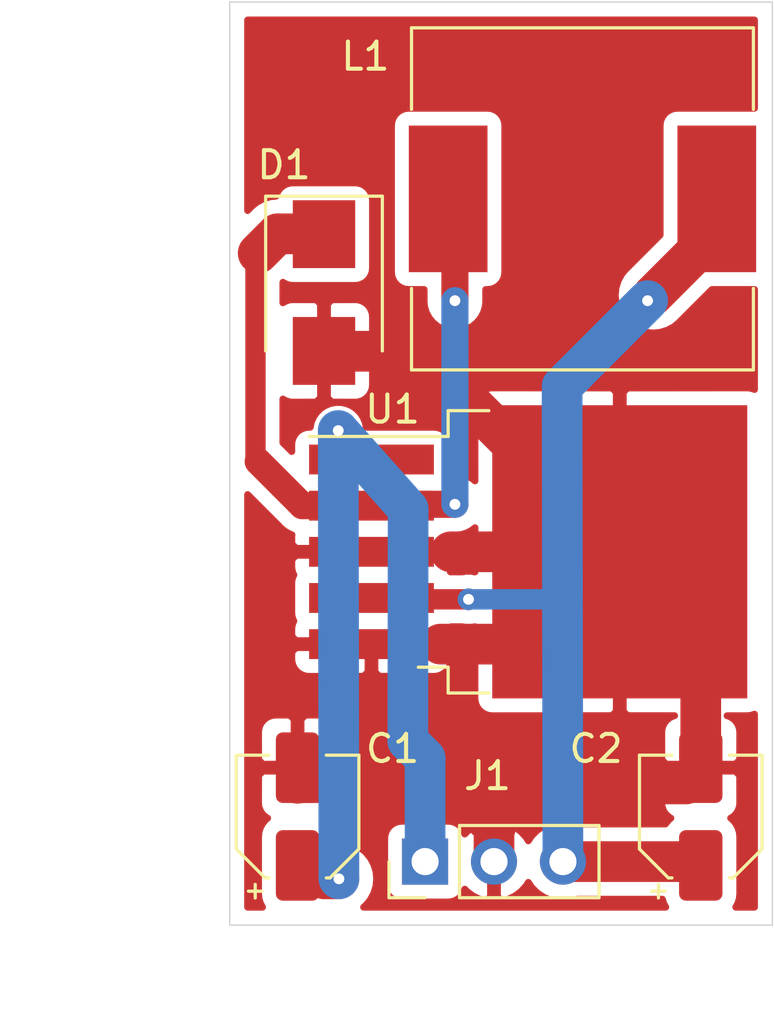
<source format=kicad_pcb>
(kicad_pcb (version 20171130) (host pcbnew "(5.1.7)-1")

  (general
    (thickness 1.6)
    (drawings 6)
    (tracks 57)
    (zones 0)
    (modules 6)
    (nets 5)
  )

  (page A4)
  (layers
    (0 F.Cu signal)
    (31 B.Cu signal)
    (32 B.Adhes user)
    (33 F.Adhes user)
    (34 B.Paste user)
    (35 F.Paste user)
    (36 B.SilkS user)
    (37 F.SilkS user)
    (38 B.Mask user)
    (39 F.Mask user)
    (40 Dwgs.User user)
    (41 Cmts.User user)
    (42 Eco1.User user)
    (43 Eco2.User user)
    (44 Edge.Cuts user)
    (45 Margin user)
    (46 B.CrtYd user)
    (47 F.CrtYd user)
    (48 B.Fab user)
    (49 F.Fab user hide)
  )

  (setup
    (last_trace_width 0.25)
    (trace_clearance 0.2)
    (zone_clearance 0.508)
    (zone_45_only no)
    (trace_min 0.2)
    (via_size 0.8)
    (via_drill 0.4)
    (via_min_size 0.4)
    (via_min_drill 0.3)
    (uvia_size 0.3)
    (uvia_drill 0.1)
    (uvias_allowed no)
    (uvia_min_size 0.2)
    (uvia_min_drill 0.1)
    (edge_width 0.05)
    (segment_width 0.2)
    (pcb_text_width 0.3)
    (pcb_text_size 1.5 1.5)
    (mod_edge_width 0.12)
    (mod_text_size 1 1)
    (mod_text_width 0.15)
    (pad_size 4.6 1.1)
    (pad_drill 0)
    (pad_to_mask_clearance 0)
    (aux_axis_origin 0 0)
    (visible_elements 7FFFFFFF)
    (pcbplotparams
      (layerselection 0x010fc_ffffffff)
      (usegerberextensions false)
      (usegerberattributes true)
      (usegerberadvancedattributes true)
      (creategerberjobfile true)
      (excludeedgelayer true)
      (linewidth 0.100000)
      (plotframeref false)
      (viasonmask false)
      (mode 1)
      (useauxorigin false)
      (hpglpennumber 1)
      (hpglpenspeed 20)
      (hpglpendiameter 15.000000)
      (psnegative false)
      (psa4output false)
      (plotreference true)
      (plotvalue true)
      (plotinvisibletext false)
      (padsonsilk false)
      (subtractmaskfromsilk false)
      (outputformat 1)
      (mirror false)
      (drillshape 1)
      (scaleselection 1)
      (outputdirectory ""))
  )

  (net 0 "")
  (net 1 GND)
  (net 2 "Net-(C1-Pad1)")
  (net 3 "Net-(C2-Pad1)")
  (net 4 "Net-(D1-Pad1)")

  (net_class Default "This is the default net class."
    (clearance 0.2)
    (trace_width 0.25)
    (via_dia 0.8)
    (via_drill 0.4)
    (uvia_dia 0.3)
    (uvia_drill 0.1)
    (add_net GND)
    (add_net "Net-(C1-Pad1)")
    (add_net "Net-(C2-Pad1)")
    (add_net "Net-(D1-Pad1)")
  )

  (module Diode_SMD:D_SMB (layer F.Cu) (tedit 58645DF3) (tstamp 60B9E6B4)
    (at 72.475 52.7 270)
    (descr "Diode SMB (DO-214AA)")
    (tags "Diode SMB (DO-214AA)")
    (path /60B752A8)
    (attr smd)
    (fp_text reference D1 (at -4.7 1.475 180) (layer F.SilkS)
      (effects (font (size 1 1) (thickness 0.15)))
    )
    (fp_text value 1N5818 (at 0 2.6 90) (layer F.Fab)
      (effects (font (size 1 1) (thickness 0.15)))
    )
    (fp_line (start -3.55 -2.15) (end -3.55 2.15) (layer F.SilkS) (width 0.12))
    (fp_line (start 2.3 2) (end -2.3 2) (layer F.Fab) (width 0.1))
    (fp_line (start -2.3 2) (end -2.3 -2) (layer F.Fab) (width 0.1))
    (fp_line (start 2.3 -2) (end 2.3 2) (layer F.Fab) (width 0.1))
    (fp_line (start 2.3 -2) (end -2.3 -2) (layer F.Fab) (width 0.1))
    (fp_line (start -3.65 -2.25) (end 3.65 -2.25) (layer F.CrtYd) (width 0.05))
    (fp_line (start 3.65 -2.25) (end 3.65 2.25) (layer F.CrtYd) (width 0.05))
    (fp_line (start 3.65 2.25) (end -3.65 2.25) (layer F.CrtYd) (width 0.05))
    (fp_line (start -3.65 2.25) (end -3.65 -2.25) (layer F.CrtYd) (width 0.05))
    (fp_line (start -0.64944 0.00102) (end -1.55114 0.00102) (layer F.Fab) (width 0.1))
    (fp_line (start 0.50118 0.00102) (end 1.4994 0.00102) (layer F.Fab) (width 0.1))
    (fp_line (start -0.64944 -0.79908) (end -0.64944 0.80112) (layer F.Fab) (width 0.1))
    (fp_line (start 0.50118 0.75032) (end 0.50118 -0.79908) (layer F.Fab) (width 0.1))
    (fp_line (start -0.64944 0.00102) (end 0.50118 0.75032) (layer F.Fab) (width 0.1))
    (fp_line (start -0.64944 0.00102) (end 0.50118 -0.79908) (layer F.Fab) (width 0.1))
    (fp_line (start -3.55 2.15) (end 2.15 2.15) (layer F.SilkS) (width 0.12))
    (fp_line (start -3.55 -2.15) (end 2.15 -2.15) (layer F.SilkS) (width 0.12))
    (fp_text user %R (at 0 -0.1 90) (layer F.Fab)
      (effects (font (size 1 1) (thickness 0.15)))
    )
    (pad 2 smd rect (at 2.15 0 270) (size 2.5 2.3) (layers F.Cu F.Paste F.Mask)
      (net 1 GND))
    (pad 1 smd rect (at -2.15 0 270) (size 2.5 2.3) (layers F.Cu F.Paste F.Mask)
      (net 4 "Net-(D1-Pad1)"))
    (model ${KISYS3DMOD}/Diode_SMD.3dshapes/D_SMB.wrl
      (at (xyz 0 0 0))
      (scale (xyz 1 1 1))
      (rotate (xyz 0 0 0))
    )
  )

  (module Package_TO_SOT_SMD:TO-263-5_TabPin3 (layer F.Cu) (tedit 60B8C40F) (tstamp 60B9C058)
    (at 80 62.25)
    (descr "TO-263 / D2PAK / DDPAK SMD package, http://www.infineon.com/cms/en/product/packages/PG-TO263/PG-TO263-5-1/")
    (tags "D2PAK DDPAK TO-263 D2PAK-5 TO-263-5 SOT-426")
    (path /60B74A7C)
    (attr smd)
    (fp_text reference U1 (at -5 -5.25 180) (layer F.SilkS)
      (effects (font (size 1 1) (thickness 0.15)))
    )
    (fp_text value LM2596S-12 (at 9.906 -0.127 270) (layer F.Fab)
      (effects (font (size 1 1) (thickness 0.15)))
    )
    (fp_text user %R (at 0 0 180) (layer F.Fab)
      (effects (font (size 1 1) (thickness 0.15)))
    )
    (fp_line (start 8.32 -5.65) (end -8.32 -5.65) (layer F.CrtYd) (width 0.05))
    (fp_line (start 8.32 5.65) (end 8.32 -5.65) (layer F.CrtYd) (width 0.05))
    (fp_line (start -8.32 5.65) (end 8.32 5.65) (layer F.CrtYd) (width 0.05))
    (fp_line (start -8.32 -5.65) (end -8.32 5.65) (layer F.CrtYd) (width 0.05))
    (fp_line (start -2.95 4.25) (end -4.05 4.25) (layer F.SilkS) (width 0.12))
    (fp_line (start -2.95 5.2) (end -2.95 4.25) (layer F.SilkS) (width 0.12))
    (fp_line (start -1.45 5.2) (end -2.95 5.2) (layer F.SilkS) (width 0.12))
    (fp_line (start -2.95 -4.25) (end -8.075 -4.25) (layer F.SilkS) (width 0.12))
    (fp_line (start -2.95 -5.2) (end -2.95 -4.25) (layer F.SilkS) (width 0.12))
    (fp_line (start -1.45 -5.2) (end -2.95 -5.2) (layer F.SilkS) (width 0.12))
    (fp_line (start -7.45 3.8) (end -2.75 3.8) (layer F.Fab) (width 0.1))
    (fp_line (start -7.45 3) (end -7.45 3.8) (layer F.Fab) (width 0.1))
    (fp_line (start -2.75 3) (end -7.45 3) (layer F.Fab) (width 0.1))
    (fp_line (start -7.45 2.1) (end -2.75 2.1) (layer F.Fab) (width 0.1))
    (fp_line (start -7.45 1.3) (end -7.45 2.1) (layer F.Fab) (width 0.1))
    (fp_line (start -2.75 1.3) (end -7.45 1.3) (layer F.Fab) (width 0.1))
    (fp_line (start -7.45 0.4) (end -2.75 0.4) (layer F.Fab) (width 0.1))
    (fp_line (start -7.45 -0.4) (end -7.45 0.4) (layer F.Fab) (width 0.1))
    (fp_line (start -2.75 -0.4) (end -7.45 -0.4) (layer F.Fab) (width 0.1))
    (fp_line (start -7.45 -1.3) (end -2.75 -1.3) (layer F.Fab) (width 0.1))
    (fp_line (start -7.45 -2.1) (end -7.45 -1.3) (layer F.Fab) (width 0.1))
    (fp_line (start -2.75 -2.1) (end -7.45 -2.1) (layer F.Fab) (width 0.1))
    (fp_line (start -7.45 -3) (end -2.75 -3) (layer F.Fab) (width 0.1))
    (fp_line (start -7.45 -3.8) (end -7.45 -3) (layer F.Fab) (width 0.1))
    (fp_line (start -2.75 -3.8) (end -7.45 -3.8) (layer F.Fab) (width 0.1))
    (fp_line (start -1.75 -5) (end 6.5 -5) (layer F.Fab) (width 0.1))
    (fp_line (start -2.75 -4) (end -1.75 -5) (layer F.Fab) (width 0.1))
    (fp_line (start -2.75 5) (end -2.75 -4) (layer F.Fab) (width 0.1))
    (fp_line (start 6.5 5) (end -2.75 5) (layer F.Fab) (width 0.1))
    (fp_line (start 6.5 -5) (end 6.5 5) (layer F.Fab) (width 0.1))
    (fp_line (start 7.5 5) (end 6.5 5) (layer F.Fab) (width 0.1))
    (fp_line (start 7.5 -5) (end 7.5 5) (layer F.Fab) (width 0.1))
    (fp_line (start 6.5 -5) (end 7.5 -5) (layer F.Fab) (width 0.1))
    (pad "" smd rect (at 0.95 2.775) (size 4.55 5.25) (layers F.Paste))
    (pad "" smd rect (at 5.8 -2.775) (size 4.55 5.25) (layers F.Paste))
    (pad "" smd rect (at 0.95 -2.775) (size 4.55 5.25) (layers F.Paste))
    (pad "" smd rect (at 5.8 2.775) (size 4.55 5.25) (layers F.Paste))
    (pad 3 smd rect (at 3.375 0) (size 9.4 10.8) (layers F.Cu F.Mask)
      (net 1 GND))
    (pad 5 smd rect (at -5.775 3.4) (size 4.6 1.1) (layers F.Cu F.Paste F.Mask)
      (net 1 GND))
    (pad FEDBACK smd rect (at -5.775 1.7) (size 4.6 1.1) (layers F.Cu F.Paste F.Mask)
      (net 3 "Net-(C2-Pad1)"))
    (pad 3 smd rect (at -5.775 0) (size 4.6 1.1) (layers F.Cu F.Paste F.Mask)
      (net 1 GND))
    (pad OUTPUT smd rect (at -5.775 -1.7) (size 4.6 1.1) (layers F.Cu F.Paste F.Mask)
      (net 4 "Net-(D1-Pad1)"))
    (pad INPUT smd rect (at -5.775 -3.4) (size 4.6 1.1) (layers F.Cu F.Paste F.Mask)
      (net 2 "Net-(C1-Pad1)"))
    (model ${KISYS3DMOD}/Package_TO_SOT_SMD.3dshapes/TO-263-5_TabPin3.wrl
      (at (xyz 0 0 0))
      (scale (xyz 1 1 1))
      (rotate (xyz 0 0 0))
    )
  )

  (module Capacitor_SMD:CP_Elec_4x4.5 (layer F.Cu) (tedit 5BCA39CF) (tstamp 60B770AF)
    (at 86.36 72 90)
    (descr "SMD capacitor, aluminum electrolytic, Nichicon, 4.0x4.5mm")
    (tags "capacitor electrolytic")
    (path /60B7CA25)
    (attr smd)
    (fp_text reference C2 (at 2.5 -3.86 180) (layer F.SilkS)
      (effects (font (size 1 1) (thickness 0.15)))
    )
    (fp_text value 220uF/35V (at 0 3.2 90) (layer F.Fab)
      (effects (font (size 1 1) (thickness 0.15)))
    )
    (fp_circle (center 0 0) (end 2 0) (layer F.Fab) (width 0.1))
    (fp_line (start 2.15 -2.15) (end 2.15 2.15) (layer F.Fab) (width 0.1))
    (fp_line (start -1.15 -2.15) (end 2.15 -2.15) (layer F.Fab) (width 0.1))
    (fp_line (start -1.15 2.15) (end 2.15 2.15) (layer F.Fab) (width 0.1))
    (fp_line (start -2.15 -1.15) (end -2.15 1.15) (layer F.Fab) (width 0.1))
    (fp_line (start -2.15 -1.15) (end -1.15 -2.15) (layer F.Fab) (width 0.1))
    (fp_line (start -2.15 1.15) (end -1.15 2.15) (layer F.Fab) (width 0.1))
    (fp_line (start -1.574773 -1) (end -1.174773 -1) (layer F.Fab) (width 0.1))
    (fp_line (start -1.374773 -1.2) (end -1.374773 -0.8) (layer F.Fab) (width 0.1))
    (fp_line (start 2.26 2.26) (end 2.26 1.06) (layer F.SilkS) (width 0.12))
    (fp_line (start 2.26 -2.26) (end 2.26 -1.06) (layer F.SilkS) (width 0.12))
    (fp_line (start -1.195563 -2.26) (end 2.26 -2.26) (layer F.SilkS) (width 0.12))
    (fp_line (start -1.195563 2.26) (end 2.26 2.26) (layer F.SilkS) (width 0.12))
    (fp_line (start -2.26 1.195563) (end -2.26 1.06) (layer F.SilkS) (width 0.12))
    (fp_line (start -2.26 -1.195563) (end -2.26 -1.06) (layer F.SilkS) (width 0.12))
    (fp_line (start -2.26 -1.195563) (end -1.195563 -2.26) (layer F.SilkS) (width 0.12))
    (fp_line (start -2.26 1.195563) (end -1.195563 2.26) (layer F.SilkS) (width 0.12))
    (fp_line (start -3 -1.56) (end -2.5 -1.56) (layer F.SilkS) (width 0.12))
    (fp_line (start -2.75 -1.81) (end -2.75 -1.31) (layer F.SilkS) (width 0.12))
    (fp_line (start 2.4 -2.4) (end 2.4 -1.05) (layer F.CrtYd) (width 0.05))
    (fp_line (start 2.4 -1.05) (end 3.35 -1.05) (layer F.CrtYd) (width 0.05))
    (fp_line (start 3.35 -1.05) (end 3.35 1.05) (layer F.CrtYd) (width 0.05))
    (fp_line (start 3.35 1.05) (end 2.4 1.05) (layer F.CrtYd) (width 0.05))
    (fp_line (start 2.4 1.05) (end 2.4 2.4) (layer F.CrtYd) (width 0.05))
    (fp_line (start -1.25 2.4) (end 2.4 2.4) (layer F.CrtYd) (width 0.05))
    (fp_line (start -1.25 -2.4) (end 2.4 -2.4) (layer F.CrtYd) (width 0.05))
    (fp_line (start -2.4 1.25) (end -1.25 2.4) (layer F.CrtYd) (width 0.05))
    (fp_line (start -2.4 -1.25) (end -1.25 -2.4) (layer F.CrtYd) (width 0.05))
    (fp_line (start -2.4 -1.25) (end -2.4 -1.05) (layer F.CrtYd) (width 0.05))
    (fp_line (start -2.4 1.05) (end -2.4 1.25) (layer F.CrtYd) (width 0.05))
    (fp_line (start -2.4 -1.05) (end -3.35 -1.05) (layer F.CrtYd) (width 0.05))
    (fp_line (start -3.35 -1.05) (end -3.35 1.05) (layer F.CrtYd) (width 0.05))
    (fp_line (start -3.35 1.05) (end -2.4 1.05) (layer F.CrtYd) (width 0.05))
    (fp_text user %R (at 0 0.06 90) (layer F.Fab)
      (effects (font (size 0.8 0.8) (thickness 0.12)))
    )
    (pad 1 smd roundrect (at -1.8 0 90) (size 2.6 1.6) (layers F.Cu F.Paste F.Mask) (roundrect_rratio 0.15625)
      (net 3 "Net-(C2-Pad1)"))
    (pad 2 smd roundrect (at 1.8 0 90) (size 2.6 1.6) (layers F.Cu F.Paste F.Mask) (roundrect_rratio 0.15625)
      (net 1 GND))
    (model ${KISYS3DMOD}/Capacitor_SMD.3dshapes/CP_Elec_4x4.5.wrl
      (at (xyz 0 0 0))
      (scale (xyz 1 1 1))
      (rotate (xyz 0 0 0))
    )
  )

  (module Inductor_SMD:L_12x12mm_H4.5mm (layer F.Cu) (tedit 5990349B) (tstamp 60B925C6)
    (at 82 49.25)
    (descr "Choke, SMD, 12x12mm 4.5mm height")
    (tags "Choke SMD")
    (path /60B76EB1)
    (attr smd)
    (fp_text reference L1 (at -8 -5.25) (layer F.SilkS)
      (effects (font (size 1 1) (thickness 0.15)))
    )
    (fp_text value 68uH (at 0 8.89) (layer F.Fab)
      (effects (font (size 1 1) (thickness 0.15)))
    )
    (fp_circle (center -2.1 3) (end -1.8 3.25) (layer F.Fab) (width 0.1))
    (fp_circle (center 0 0) (end 0.15 0.15) (layer F.Adhes) (width 0.38))
    (fp_circle (center 0 0) (end 0.55 0) (layer F.Adhes) (width 0.38))
    (fp_circle (center 0 0) (end 0.9 0) (layer F.Adhes) (width 0.38))
    (fp_line (start 6.2 -6.2) (end 6.2 -3.3) (layer F.Fab) (width 0.1))
    (fp_line (start -6.2 -6.2) (end -6.2 -3.3) (layer F.Fab) (width 0.1))
    (fp_line (start 6.2 -6.2) (end -6.2 -6.2) (layer F.Fab) (width 0.1))
    (fp_line (start 6.2 6.2) (end 6.2 3.3) (layer F.Fab) (width 0.1))
    (fp_line (start -6.2 6.2) (end 6.2 6.2) (layer F.Fab) (width 0.1))
    (fp_line (start -6.2 3.3) (end -6.2 6.2) (layer F.Fab) (width 0.1))
    (fp_line (start -5 -3.5) (end -4.8 -3.2) (layer F.Fab) (width 0.1))
    (fp_line (start -5.1 -4) (end -5 -3.5) (layer F.Fab) (width 0.1))
    (fp_line (start -4.9 -4.5) (end -5.1 -4) (layer F.Fab) (width 0.1))
    (fp_line (start -4.6 -4.8) (end -4.9 -4.5) (layer F.Fab) (width 0.1))
    (fp_line (start -4.2 -5) (end -4.6 -4.8) (layer F.Fab) (width 0.1))
    (fp_line (start -3.7 -5.1) (end -4.2 -5) (layer F.Fab) (width 0.1))
    (fp_line (start -3.3 -4.9) (end -3.7 -5.1) (layer F.Fab) (width 0.1))
    (fp_line (start -3 -4.7) (end -3.3 -4.9) (layer F.Fab) (width 0.1))
    (fp_line (start -2.6 -4.9) (end -3 -4.7) (layer F.Fab) (width 0.1))
    (fp_line (start -1.7 -5.3) (end -2.6 -4.9) (layer F.Fab) (width 0.1))
    (fp_line (start -0.8 -5.5) (end -1.7 -5.3) (layer F.Fab) (width 0.1))
    (fp_line (start 0 -5.6) (end -0.8 -5.5) (layer F.Fab) (width 0.1))
    (fp_line (start 0.9 -5.5) (end 0 -5.6) (layer F.Fab) (width 0.1))
    (fp_line (start 1.7 -5.3) (end 0.9 -5.5) (layer F.Fab) (width 0.1))
    (fp_line (start 2.2 -5.1) (end 1.7 -5.3) (layer F.Fab) (width 0.1))
    (fp_line (start 2.6 -4.9) (end 2.2 -5.1) (layer F.Fab) (width 0.1))
    (fp_line (start 3 -4.6) (end 2.6 -4.9) (layer F.Fab) (width 0.1))
    (fp_line (start 3.3 -4.9) (end 3 -4.6) (layer F.Fab) (width 0.1))
    (fp_line (start 3.6 -5) (end 3.3 -4.9) (layer F.Fab) (width 0.1))
    (fp_line (start 3.9 -5.1) (end 3.6 -5) (layer F.Fab) (width 0.1))
    (fp_line (start 4.2 -5.1) (end 3.9 -5.1) (layer F.Fab) (width 0.1))
    (fp_line (start 4.5 -4.9) (end 4.2 -5.1) (layer F.Fab) (width 0.1))
    (fp_line (start 4.8 -4.7) (end 4.5 -4.9) (layer F.Fab) (width 0.1))
    (fp_line (start 5 -4.3) (end 4.8 -4.7) (layer F.Fab) (width 0.1))
    (fp_line (start 5.1 -4) (end 5 -4.3) (layer F.Fab) (width 0.1))
    (fp_line (start 5 -3.6) (end 5.1 -4) (layer F.Fab) (width 0.1))
    (fp_line (start 4.9 -3.3) (end 5 -3.6) (layer F.Fab) (width 0.1))
    (fp_line (start -5 3.6) (end -4.8 3.2) (layer F.Fab) (width 0.1))
    (fp_line (start -5.1 4.1) (end -5 3.6) (layer F.Fab) (width 0.1))
    (fp_line (start -4.9 4.6) (end -5.1 4.1) (layer F.Fab) (width 0.1))
    (fp_line (start -4.6 4.8) (end -4.9 4.6) (layer F.Fab) (width 0.1))
    (fp_line (start -4.3 5) (end -4.6 4.8) (layer F.Fab) (width 0.1))
    (fp_line (start -3.9 5.1) (end -4.3 5) (layer F.Fab) (width 0.1))
    (fp_line (start -3.3 4.9) (end -3.9 5.1) (layer F.Fab) (width 0.1))
    (fp_line (start -3 4.7) (end -3.3 4.9) (layer F.Fab) (width 0.1))
    (fp_line (start -2.6 4.9) (end -3 4.7) (layer F.Fab) (width 0.1))
    (fp_line (start -2.1 5.1) (end -2.6 4.9) (layer F.Fab) (width 0.1))
    (fp_line (start -1.5 5.3) (end -2.1 5.1) (layer F.Fab) (width 0.1))
    (fp_line (start -0.6 5.5) (end -1.5 5.3) (layer F.Fab) (width 0.1))
    (fp_line (start 0.6 5.5) (end -0.6 5.5) (layer F.Fab) (width 0.1))
    (fp_line (start 1.6 5.3) (end 0.6 5.5) (layer F.Fab) (width 0.1))
    (fp_line (start 2.4 5) (end 1.6 5.3) (layer F.Fab) (width 0.1))
    (fp_line (start 3 4.6) (end 2.4 5) (layer F.Fab) (width 0.1))
    (fp_line (start 3.1 4.7) (end 3 4.6) (layer F.Fab) (width 0.1))
    (fp_line (start 3.5 5) (end 3.1 4.7) (layer F.Fab) (width 0.1))
    (fp_line (start 4 5.1) (end 3.5 5) (layer F.Fab) (width 0.1))
    (fp_line (start 4.5 5) (end 4 5.1) (layer F.Fab) (width 0.1))
    (fp_line (start 4.8 4.6) (end 4.5 5) (layer F.Fab) (width 0.1))
    (fp_line (start 5 4.3) (end 4.8 4.6) (layer F.Fab) (width 0.1))
    (fp_line (start 5.1 3.8) (end 5 4.3) (layer F.Fab) (width 0.1))
    (fp_line (start 5 3.4) (end 5.1 3.8) (layer F.Fab) (width 0.1))
    (fp_line (start 4.9 3.3) (end 5 3.4) (layer F.Fab) (width 0.1))
    (fp_line (start -6.86 6.6) (end -6.86 -6.6) (layer F.CrtYd) (width 0.05))
    (fp_line (start 6.86 6.6) (end -6.86 6.6) (layer F.CrtYd) (width 0.05))
    (fp_line (start 6.86 -6.6) (end 6.86 6.6) (layer F.CrtYd) (width 0.05))
    (fp_line (start -6.86 -6.6) (end 6.86 -6.6) (layer F.CrtYd) (width 0.05))
    (fp_line (start 6.3 -6.3) (end 6.3 -3.3) (layer F.SilkS) (width 0.12))
    (fp_line (start -6.3 -6.3) (end 6.3 -6.3) (layer F.SilkS) (width 0.12))
    (fp_line (start -6.3 -3.3) (end -6.3 -6.3) (layer F.SilkS) (width 0.12))
    (fp_line (start -6.3 6.3) (end -6.3 3.3) (layer F.SilkS) (width 0.12))
    (fp_line (start 6.3 6.3) (end -6.3 6.3) (layer F.SilkS) (width 0.12))
    (fp_line (start 6.3 3.3) (end 6.3 6.3) (layer F.SilkS) (width 0.12))
    (fp_text user %R (at 0 0) (layer F.Fab)
      (effects (font (size 1 1) (thickness 0.15)))
    )
    (pad 2 smd rect (at 4.95 0) (size 2.9 5.4) (layers F.Cu F.Paste F.Mask)
      (net 3 "Net-(C2-Pad1)"))
    (pad 1 smd rect (at -4.95 0) (size 2.9 5.4) (layers F.Cu F.Paste F.Mask)
      (net 4 "Net-(D1-Pad1)"))
    (model ${KISYS3DMOD}/Inductor_SMD.3dshapes/L_12x12mm_H4.5mm.wrl
      (at (xyz 0 0 0))
      (scale (xyz 1 1 1))
      (rotate (xyz 0 0 0))
    )
  )

  (module Capacitor_SMD:CP_Elec_4x4.5 (layer F.Cu) (tedit 5BCA39CF) (tstamp 60B776B4)
    (at 71.5 72 90)
    (descr "SMD capacitor, aluminum electrolytic, Nichicon, 4.0x4.5mm")
    (tags "capacitor electrolytic")
    (path /60B7CE0A)
    (attr smd)
    (fp_text reference C1 (at 2.5 3.5) (layer F.SilkS)
      (effects (font (size 1 1) (thickness 0.15)))
    )
    (fp_text value 470uF/50V (at 0 -3.556 90) (layer F.Fab)
      (effects (font (size 1 1) (thickness 0.15)))
    )
    (fp_line (start -3.35 1.05) (end -2.4 1.05) (layer F.CrtYd) (width 0.05))
    (fp_line (start -3.35 -1.05) (end -3.35 1.05) (layer F.CrtYd) (width 0.05))
    (fp_line (start -2.4 -1.05) (end -3.35 -1.05) (layer F.CrtYd) (width 0.05))
    (fp_line (start -2.4 1.05) (end -2.4 1.25) (layer F.CrtYd) (width 0.05))
    (fp_line (start -2.4 -1.25) (end -2.4 -1.05) (layer F.CrtYd) (width 0.05))
    (fp_line (start -2.4 -1.25) (end -1.25 -2.4) (layer F.CrtYd) (width 0.05))
    (fp_line (start -2.4 1.25) (end -1.25 2.4) (layer F.CrtYd) (width 0.05))
    (fp_line (start -1.25 -2.4) (end 2.4 -2.4) (layer F.CrtYd) (width 0.05))
    (fp_line (start -1.25 2.4) (end 2.4 2.4) (layer F.CrtYd) (width 0.05))
    (fp_line (start 2.4 1.05) (end 2.4 2.4) (layer F.CrtYd) (width 0.05))
    (fp_line (start 3.35 1.05) (end 2.4 1.05) (layer F.CrtYd) (width 0.05))
    (fp_line (start 3.35 -1.05) (end 3.35 1.05) (layer F.CrtYd) (width 0.05))
    (fp_line (start 2.4 -1.05) (end 3.35 -1.05) (layer F.CrtYd) (width 0.05))
    (fp_line (start 2.4 -2.4) (end 2.4 -1.05) (layer F.CrtYd) (width 0.05))
    (fp_line (start -2.75 -1.81) (end -2.75 -1.31) (layer F.SilkS) (width 0.12))
    (fp_line (start -3 -1.56) (end -2.5 -1.56) (layer F.SilkS) (width 0.12))
    (fp_line (start -2.26 1.195563) (end -1.195563 2.26) (layer F.SilkS) (width 0.12))
    (fp_line (start -2.26 -1.195563) (end -1.195563 -2.26) (layer F.SilkS) (width 0.12))
    (fp_line (start -2.26 -1.195563) (end -2.26 -1.06) (layer F.SilkS) (width 0.12))
    (fp_line (start -2.26 1.195563) (end -2.26 1.06) (layer F.SilkS) (width 0.12))
    (fp_line (start -1.195563 2.26) (end 2.26 2.26) (layer F.SilkS) (width 0.12))
    (fp_line (start -1.195563 -2.26) (end 2.26 -2.26) (layer F.SilkS) (width 0.12))
    (fp_line (start 2.26 -2.26) (end 2.26 -1.06) (layer F.SilkS) (width 0.12))
    (fp_line (start 2.26 2.26) (end 2.26 1.06) (layer F.SilkS) (width 0.12))
    (fp_line (start -1.374773 -1.2) (end -1.374773 -0.8) (layer F.Fab) (width 0.1))
    (fp_line (start -1.574773 -1) (end -1.174773 -1) (layer F.Fab) (width 0.1))
    (fp_line (start -2.15 1.15) (end -1.15 2.15) (layer F.Fab) (width 0.1))
    (fp_line (start -2.15 -1.15) (end -1.15 -2.15) (layer F.Fab) (width 0.1))
    (fp_line (start -2.15 -1.15) (end -2.15 1.15) (layer F.Fab) (width 0.1))
    (fp_line (start -1.15 2.15) (end 2.15 2.15) (layer F.Fab) (width 0.1))
    (fp_line (start -1.15 -2.15) (end 2.15 -2.15) (layer F.Fab) (width 0.1))
    (fp_line (start 2.15 -2.15) (end 2.15 2.15) (layer F.Fab) (width 0.1))
    (fp_circle (center 0 0) (end 2 0) (layer F.Fab) (width 0.1))
    (fp_text user %R (at 0 0 90) (layer F.Fab)
      (effects (font (size 0.8 0.8) (thickness 0.12)))
    )
    (pad 2 smd roundrect (at 1.8 0 90) (size 2.6 1.6) (layers F.Cu F.Paste F.Mask) (roundrect_rratio 0.15625)
      (net 1 GND))
    (pad 1 smd roundrect (at -1.8 0 90) (size 2.6 1.6) (layers F.Cu F.Paste F.Mask) (roundrect_rratio 0.15625)
      (net 2 "Net-(C1-Pad1)"))
    (model ${KISYS3DMOD}/Capacitor_SMD.3dshapes/CP_Elec_4x4.5.wrl
      (at (xyz 0 0 0))
      (scale (xyz 1 1 1))
      (rotate (xyz 0 0 0))
    )
  )

  (module Connector_PinHeader_2.54mm:PinHeader_1x03_P2.54mm_Vertical (layer F.Cu) (tedit 59FED5CC) (tstamp 60B770D9)
    (at 76.2 73.66 90)
    (descr "Through hole straight pin header, 1x03, 2.54mm pitch, single row")
    (tags "Through hole pin header THT 1x03 2.54mm single row")
    (path /60B80849)
    (fp_text reference J1 (at 3.16 2.3 180) (layer F.SilkS)
      (effects (font (size 1 1) (thickness 0.15)))
    )
    (fp_text value Conn_01x03_Male (at -3.81 2.54 180) (layer F.Fab)
      (effects (font (size 1 1) (thickness 0.15)))
    )
    (fp_line (start -0.635 -1.27) (end 1.27 -1.27) (layer F.Fab) (width 0.1))
    (fp_line (start 1.27 -1.27) (end 1.27 6.35) (layer F.Fab) (width 0.1))
    (fp_line (start 1.27 6.35) (end -1.27 6.35) (layer F.Fab) (width 0.1))
    (fp_line (start -1.27 6.35) (end -1.27 -0.635) (layer F.Fab) (width 0.1))
    (fp_line (start -1.27 -0.635) (end -0.635 -1.27) (layer F.Fab) (width 0.1))
    (fp_line (start -1.33 6.41) (end 1.33 6.41) (layer F.SilkS) (width 0.12))
    (fp_line (start -1.33 1.27) (end -1.33 6.41) (layer F.SilkS) (width 0.12))
    (fp_line (start 1.33 1.27) (end 1.33 6.41) (layer F.SilkS) (width 0.12))
    (fp_line (start -1.33 1.27) (end 1.33 1.27) (layer F.SilkS) (width 0.12))
    (fp_line (start -1.33 0) (end -1.33 -1.33) (layer F.SilkS) (width 0.12))
    (fp_line (start -1.33 -1.33) (end 0 -1.33) (layer F.SilkS) (width 0.12))
    (fp_line (start -1.8 -1.8) (end -1.8 6.85) (layer F.CrtYd) (width 0.05))
    (fp_line (start -1.8 6.85) (end 1.8 6.85) (layer F.CrtYd) (width 0.05))
    (fp_line (start 1.8 6.85) (end 1.8 -1.8) (layer F.CrtYd) (width 0.05))
    (fp_line (start 1.8 -1.8) (end -1.8 -1.8) (layer F.CrtYd) (width 0.05))
    (fp_text user %R (at -1.27 3.81) (layer F.Fab)
      (effects (font (size 1 1) (thickness 0.15)))
    )
    (pad 1 thru_hole rect (at 0 0 90) (size 1.7 1.7) (drill 1) (layers *.Cu *.Mask)
      (net 2 "Net-(C1-Pad1)"))
    (pad 2 thru_hole oval (at 0 2.54 90) (size 1.7 1.7) (drill 1) (layers *.Cu *.Mask)
      (net 1 GND))
    (pad 3 thru_hole oval (at 0 5.08 90) (size 1.7 1.7) (drill 1) (layers *.Cu *.Mask)
      (net 3 "Net-(C2-Pad1)"))
    (model ${KISYS3DMOD}/Connector_PinHeader_2.54mm.3dshapes/PinHeader_1x03_P2.54mm_Vertical.wrl
      (at (xyz 0 0 0))
      (scale (xyz 1 1 1))
      (rotate (xyz 0 0 0))
    )
  )

  (dimension 34 (width 0.15) (layer Dwgs.User)
    (gr_text "34.000 mm" (at 64.2 59 90) (layer Dwgs.User) (tstamp 60BCDCDF)
      (effects (font (size 1 1) (thickness 0.15)))
    )
    (feature1 (pts (xy 69 42) (xy 64.913579 42)))
    (feature2 (pts (xy 69 76) (xy 64.913579 76)))
    (crossbar (pts (xy 65.5 76) (xy 65.5 42)))
    (arrow1a (pts (xy 65.5 42) (xy 66.086421 43.126504)))
    (arrow1b (pts (xy 65.5 42) (xy 64.913579 43.126504)))
    (arrow2a (pts (xy 65.5 76) (xy 66.086421 74.873496)))
    (arrow2b (pts (xy 65.5 76) (xy 64.913579 74.873496)))
  )
  (dimension 20 (width 0.15) (layer Dwgs.User)
    (gr_text "20.000 mm" (at 79 80.3) (layer Dwgs.User)
      (effects (font (size 1 1) (thickness 0.15)))
    )
    (feature1 (pts (xy 89 76) (xy 89 79.586421)))
    (feature2 (pts (xy 69 76) (xy 69 79.586421)))
    (crossbar (pts (xy 69 79) (xy 89 79)))
    (arrow1a (pts (xy 89 79) (xy 87.873496 79.586421)))
    (arrow1b (pts (xy 89 79) (xy 87.873496 78.413579)))
    (arrow2a (pts (xy 69 79) (xy 70.126504 79.586421)))
    (arrow2b (pts (xy 69 79) (xy 70.126504 78.413579)))
  )
  (gr_line (start 69 76) (end 69 42) (layer Edge.Cuts) (width 0.05) (tstamp 60B9ED98))
  (gr_line (start 89 76) (end 69 76) (layer Edge.Cuts) (width 0.05))
  (gr_line (start 89 42) (end 89 76) (layer Edge.Cuts) (width 0.05))
  (gr_line (start 69 42) (end 89 42) (layer Edge.Cuts) (width 0.05))

  (segment (start 77.125 70.775) (end 78.785 72.435) (width 1.5) (layer F.Cu) (net 1))
  (segment (start 71.45 70.75) (end 77.03 70.75) (width 1.5) (layer F.Cu) (net 1))
  (segment (start 71.5 69.875) (end 71.5 70.775) (width 1.5) (layer F.Cu) (net 1))
  (segment (start 78.74 73.66) (end 78.74 72.48) (width 1.5) (layer F.Cu) (net 1))
  (segment (start 86.36 70.2) (end 86.36 70.64) (width 0.25) (layer F.Cu) (net 1))
  (segment (start 86.36 70.24) (end 85.8 70.8) (width 1.5) (layer F.Cu) (net 1))
  (segment (start 80.02 70.8) (end 78.74 72.08) (width 1.5) (layer F.Cu) (net 1))
  (segment (start 85.8 70.8) (end 80.02 70.8) (width 1.5) (layer F.Cu) (net 1))
  (segment (start 86.36 65.235) (end 83.375 62.25) (width 1.5) (layer F.Cu) (net 1))
  (segment (start 86.36 70.2) (end 86.36 65.235) (width 1.5) (layer F.Cu) (net 1))
  (segment (start 74.225 62.25) (end 77.15 62.25) (width 0.75) (layer F.Cu) (net 1))
  (segment (start 77.15 62.25) (end 83.375 62.25) (width 1.5) (layer F.Cu) (net 1))
  (segment (start 79.975 65.65) (end 83.375 62.25) (width 1.5) (layer F.Cu) (net 1))
  (segment (start 79.97 65.65) (end 76.77 65.65) (width 1.5) (layer F.Cu) (net 1))
  (segment (start 74.225 65.65) (end 76.77 65.65) (width 0.75) (layer F.Cu) (net 1))
  (segment (start 75.9875 54.8625) (end 83.375 62.25) (width 1.5) (layer F.Cu) (net 1))
  (segment (start 72.475 54.8625) (end 75.9875 54.8625) (width 1.5) (layer F.Cu) (net 1))
  (via (at 73.025 74.295) (size 0.8) (drill 0.4) (layers F.Cu B.Cu) (net 2))
  (segment (start 73 57.785) (end 73.025 74.295) (width 1.5) (layer B.Cu) (net 2))
  (segment (start 74.225 58.85) (end 73.1 58.85) (width 0.75) (layer F.Cu) (net 2))
  (via (at 73 57.785) (size 0.8) (drill 0.4) (layers F.Cu B.Cu) (net 2))
  (segment (start 73 58.75) (end 73 57.785) (width 0.75) (layer F.Cu) (net 2))
  (segment (start 73.1 58.85) (end 73 58.75) (width 0.25) (layer F.Cu) (net 2))
  (segment (start 76.2 69.85) (end 76.2 73.66) (width 1.5) (layer B.Cu) (net 2))
  (segment (start 75.565 69.215) (end 76.2 69.85) (width 1.5) (layer B.Cu) (net 2))
  (segment (start 75.575 60.675) (end 75.565 69.215) (width 1.5) (layer B.Cu) (net 2))
  (segment (start 73 57.785) (end 75.575 60.675) (width 1.5) (layer B.Cu) (net 2))
  (segment (start 72.495 74.295) (end 73.025 74.295) (width 1.5) (layer F.Cu) (net 2))
  (segment (start 71.5 73.8) (end 72.495 74.295) (width 1.5) (layer F.Cu) (net 2))
  (segment (start 86.22 73.66) (end 86.36 73.8) (width 1.5) (layer F.Cu) (net 3))
  (segment (start 81.28 73.66) (end 86.22 73.66) (width 1.5) (layer F.Cu) (net 3))
  (segment (start 81.25 56.8) (end 81.25 56.4) (width 1.5) (layer B.Cu) (net 3))
  (via (at 77.8 64) (size 0.8) (drill 0.4) (layers F.Cu B.Cu) (net 3))
  (segment (start 77.937434 63.862566) (end 77.8 64) (width 0.25) (layer B.Cu) (net 3))
  (segment (start 81.262566 64) (end 77.937434 64) (width 0.75) (layer B.Cu) (net 3))
  (segment (start 81.28 73.66) (end 81.262566 63.862566) (width 1.5) (layer B.Cu) (net 3))
  (segment (start 81.262566 63.862566) (end 81.25 56.8) (width 1.5) (layer B.Cu) (net 3))
  (segment (start 77.75 63.95) (end 77.8 64) (width 0.25) (layer F.Cu) (net 3))
  (segment (start 74.225 64) (end 77.75 64) (width 0.75) (layer F.Cu) (net 3))
  (segment (start 86.95 49.25) (end 86.95 50.45) (width 1.5) (layer F.Cu) (net 3))
  (segment (start 86.95 50.45) (end 84.6 52.8) (width 1.5) (layer F.Cu) (net 3))
  (via (at 84.4 53) (size 0.8) (drill 0.4) (layers F.Cu B.Cu) (net 3))
  (segment (start 84.6 52.8) (end 84.4 53) (width 0.25) (layer F.Cu) (net 3))
  (segment (start 81.25 56.15) (end 81.25 56.4) (width 0.25) (layer B.Cu) (net 3))
  (segment (start 84.4 53) (end 81.25 56.15) (width 1.5) (layer B.Cu) (net 3))
  (segment (start 72.475 50.5375) (end 70.7625 50.5375) (width 1.5) (layer F.Cu) (net 4))
  (segment (start 70.7625 50.5375) (end 70.05 51.25) (width 1.5) (layer F.Cu) (net 4))
  (segment (start 71.675 60.55) (end 74.225 60.55) (width 1) (layer F.Cu) (net 4))
  (segment (start 70.05 58.925) (end 71.675 60.55) (width 1) (layer F.Cu) (net 4))
  (segment (start 69.95 51.25) (end 69.95 58.925) (width 0.75) (layer F.Cu) (net 4))
  (via (at 77.3 53) (size 0.8) (drill 0.4) (layers F.Cu B.Cu) (net 4))
  (segment (start 77.05 52.95) (end 77 53) (width 0.25) (layer F.Cu) (net 4))
  (segment (start 77.3 49.3) (end 77.3 53) (width 1) (layer F.Cu) (net 4))
  (via (at 77.3 60.5) (size 0.8) (drill 0.4) (layers F.Cu B.Cu) (net 4))
  (segment (start 77.3 53) (end 77.3 60.5) (width 1) (layer B.Cu) (net 4))
  (segment (start 74.275 60.5) (end 74.225 60.55) (width 0.25) (layer F.Cu) (net 4))
  (segment (start 77.3 60.5) (end 74.575 60.5) (width 1) (layer F.Cu) (net 4))

  (zone (net 1) (net_name GND) (layer F.Cu) (tstamp 0) (hatch edge 0.508)
    (connect_pads (clearance 0.508))
    (min_thickness 0.254)
    (fill yes (arc_segments 32) (thermal_gap 0.508) (thermal_bridge_width 0.508))
    (polygon
      (pts
        (xy 89 76) (xy 69 76) (xy 69 42) (xy 89 42)
      )
    )
    (filled_polygon
      (pts
        (xy 88.34 45.911928) (xy 85.5 45.911928) (xy 85.375518 45.924188) (xy 85.25582 45.960498) (xy 85.145506 46.019463)
        (xy 85.048815 46.098815) (xy 84.969463 46.195506) (xy 84.910498 46.30582) (xy 84.874188 46.425518) (xy 84.861928 46.55)
        (xy 84.861928 50.579386) (xy 83.572548 51.868767) (xy 83.442844 52.026812) (xy 83.314236 52.26742) (xy 83.23504 52.528493)
        (xy 83.2083 52.8) (xy 83.23504 53.071507) (xy 83.314236 53.33258) (xy 83.442844 53.573188) (xy 83.615919 53.784081)
        (xy 83.826812 53.957156) (xy 84.06742 54.085764) (xy 84.328493 54.16496) (xy 84.6 54.1917) (xy 84.871507 54.16496)
        (xy 85.13258 54.085764) (xy 85.373188 53.957156) (xy 85.531233 53.827452) (xy 86.770614 52.588072) (xy 88.34 52.588072)
        (xy 88.34 56.271627) (xy 88.31918 56.260498) (xy 88.199482 56.224188) (xy 88.075 56.211928) (xy 83.66075 56.215)
        (xy 83.502 56.37375) (xy 83.502 62.123) (xy 83.522 62.123) (xy 83.522 62.377) (xy 83.502 62.377)
        (xy 83.502 68.12625) (xy 83.66075 68.285) (xy 85.395895 68.286208) (xy 85.31582 68.310498) (xy 85.205506 68.369463)
        (xy 85.108815 68.448815) (xy 85.029463 68.545506) (xy 84.970498 68.65582) (xy 84.934188 68.775518) (xy 84.921928 68.9)
        (xy 84.925 69.91425) (xy 85.08375 70.073) (xy 86.233 70.073) (xy 86.233 70.053) (xy 86.487 70.053)
        (xy 86.487 70.073) (xy 87.63625 70.073) (xy 87.795 69.91425) (xy 87.798072 68.9) (xy 87.785812 68.775518)
        (xy 87.749502 68.65582) (xy 87.690537 68.545506) (xy 87.611185 68.448815) (xy 87.514494 68.369463) (xy 87.40418 68.310498)
        (xy 87.328539 68.287553) (xy 88.075 68.288072) (xy 88.199482 68.275812) (xy 88.31918 68.239502) (xy 88.340001 68.228373)
        (xy 88.340001 75.34) (xy 87.650215 75.34) (xy 87.730472 75.18985) (xy 87.781008 75.023254) (xy 87.798072 74.85)
        (xy 87.798072 72.75) (xy 87.781008 72.576746) (xy 87.730472 72.41015) (xy 87.648405 72.256614) (xy 87.537962 72.122038)
        (xy 87.461187 72.059031) (xy 87.514494 72.030537) (xy 87.611185 71.951185) (xy 87.690537 71.854494) (xy 87.749502 71.74418)
        (xy 87.785812 71.624482) (xy 87.798072 71.5) (xy 87.795 70.48575) (xy 87.63625 70.327) (xy 86.487 70.327)
        (xy 86.487 70.347) (xy 86.233 70.347) (xy 86.233 70.327) (xy 85.08375 70.327) (xy 84.925 70.48575)
        (xy 84.921928 71.5) (xy 84.934188 71.624482) (xy 84.970498 71.74418) (xy 85.029463 71.854494) (xy 85.108815 71.951185)
        (xy 85.205506 72.030537) (xy 85.258813 72.059031) (xy 85.182038 72.122038) (xy 85.071595 72.256614) (xy 85.061767 72.275)
        (xy 81.816805 72.275) (xy 81.713158 72.232068) (xy 81.42626 72.175) (xy 81.13374 72.175) (xy 80.846842 72.232068)
        (xy 80.576589 72.34401) (xy 80.333368 72.506525) (xy 80.126525 72.713368) (xy 80.004805 72.895534) (xy 79.935178 72.778645)
        (xy 79.740269 72.562412) (xy 79.50692 72.388359) (xy 79.244099 72.263175) (xy 79.09689 72.218524) (xy 78.867 72.339845)
        (xy 78.867 73.533) (xy 78.887 73.533) (xy 78.887 73.787) (xy 78.867 73.787) (xy 78.867 74.980155)
        (xy 79.09689 75.101476) (xy 79.244099 75.056825) (xy 79.50692 74.931641) (xy 79.740269 74.757588) (xy 79.935178 74.541355)
        (xy 80.004805 74.424466) (xy 80.126525 74.606632) (xy 80.333368 74.813475) (xy 80.576589 74.97599) (xy 80.846842 75.087932)
        (xy 81.13374 75.145) (xy 81.42626 75.145) (xy 81.713158 75.087932) (xy 81.816805 75.045) (xy 84.945589 75.045)
        (xy 84.989528 75.18985) (xy 85.069785 75.34) (xy 73.934851 75.34) (xy 74.009081 75.279081) (xy 74.182157 75.068188)
        (xy 74.310764 74.827581) (xy 74.38996 74.566507) (xy 74.416701 74.295) (xy 74.38996 74.023493) (xy 74.310764 73.762419)
        (xy 74.182157 73.521812) (xy 74.009081 73.310919) (xy 73.798188 73.137843) (xy 73.557581 73.009236) (xy 73.296507 72.93004)
        (xy 73.093037 72.91) (xy 72.938072 72.91) (xy 72.938072 72.81) (xy 74.711928 72.81) (xy 74.711928 74.51)
        (xy 74.724188 74.634482) (xy 74.760498 74.75418) (xy 74.819463 74.864494) (xy 74.898815 74.961185) (xy 74.995506 75.040537)
        (xy 75.10582 75.099502) (xy 75.225518 75.135812) (xy 75.35 75.148072) (xy 77.05 75.148072) (xy 77.174482 75.135812)
        (xy 77.29418 75.099502) (xy 77.404494 75.040537) (xy 77.501185 74.961185) (xy 77.580537 74.864494) (xy 77.639502 74.75418)
        (xy 77.663966 74.673534) (xy 77.739731 74.757588) (xy 77.97308 74.931641) (xy 78.235901 75.056825) (xy 78.38311 75.101476)
        (xy 78.613 74.980155) (xy 78.613 73.787) (xy 78.593 73.787) (xy 78.593 73.533) (xy 78.613 73.533)
        (xy 78.613 72.339845) (xy 78.38311 72.218524) (xy 78.235901 72.263175) (xy 77.97308 72.388359) (xy 77.739731 72.562412)
        (xy 77.663966 72.646466) (xy 77.639502 72.56582) (xy 77.580537 72.455506) (xy 77.501185 72.358815) (xy 77.404494 72.279463)
        (xy 77.29418 72.220498) (xy 77.174482 72.184188) (xy 77.05 72.171928) (xy 75.35 72.171928) (xy 75.225518 72.184188)
        (xy 75.10582 72.220498) (xy 74.995506 72.279463) (xy 74.898815 72.358815) (xy 74.819463 72.455506) (xy 74.760498 72.56582)
        (xy 74.724188 72.685518) (xy 74.711928 72.81) (xy 72.938072 72.81) (xy 72.938072 72.75) (xy 72.921008 72.576746)
        (xy 72.870472 72.41015) (xy 72.788405 72.256614) (xy 72.677962 72.122038) (xy 72.601187 72.059031) (xy 72.654494 72.030537)
        (xy 72.751185 71.951185) (xy 72.830537 71.854494) (xy 72.889502 71.74418) (xy 72.925812 71.624482) (xy 72.938072 71.5)
        (xy 72.935 70.48575) (xy 72.77625 70.327) (xy 71.627 70.327) (xy 71.627 70.347) (xy 71.373 70.347)
        (xy 71.373 70.327) (xy 70.22375 70.327) (xy 70.065 70.48575) (xy 70.061928 71.5) (xy 70.074188 71.624482)
        (xy 70.110498 71.74418) (xy 70.169463 71.854494) (xy 70.248815 71.951185) (xy 70.345506 72.030537) (xy 70.398813 72.059031)
        (xy 70.322038 72.122038) (xy 70.211595 72.256614) (xy 70.129528 72.41015) (xy 70.078992 72.576746) (xy 70.061928 72.75)
        (xy 70.061928 74.85) (xy 70.078992 75.023254) (xy 70.129528 75.18985) (xy 70.209785 75.34) (xy 69.66 75.34)
        (xy 69.66 68.9) (xy 70.061928 68.9) (xy 70.065 69.91425) (xy 70.22375 70.073) (xy 71.373 70.073)
        (xy 71.373 68.42375) (xy 71.627 68.42375) (xy 71.627 70.073) (xy 72.77625 70.073) (xy 72.935 69.91425)
        (xy 72.938072 68.9) (xy 72.925812 68.775518) (xy 72.889502 68.65582) (xy 72.830537 68.545506) (xy 72.751185 68.448815)
        (xy 72.654494 68.369463) (xy 72.54418 68.310498) (xy 72.424482 68.274188) (xy 72.3 68.261928) (xy 71.78575 68.265)
        (xy 71.627 68.42375) (xy 71.373 68.42375) (xy 71.21425 68.265) (xy 70.7 68.261928) (xy 70.575518 68.274188)
        (xy 70.45582 68.310498) (xy 70.345506 68.369463) (xy 70.248815 68.448815) (xy 70.169463 68.545506) (xy 70.110498 68.65582)
        (xy 70.074188 68.775518) (xy 70.061928 68.9) (xy 69.66 68.9) (xy 69.66 66.2) (xy 71.286928 66.2)
        (xy 71.299188 66.324482) (xy 71.335498 66.44418) (xy 71.394463 66.554494) (xy 71.473815 66.651185) (xy 71.570506 66.730537)
        (xy 71.68082 66.789502) (xy 71.800518 66.825812) (xy 71.925 66.838072) (xy 73.93925 66.835) (xy 74.098 66.67625)
        (xy 74.098 65.777) (xy 74.352 65.777) (xy 74.352 66.67625) (xy 74.51075 66.835) (xy 76.525 66.838072)
        (xy 76.649482 66.825812) (xy 76.76918 66.789502) (xy 76.879494 66.730537) (xy 76.976185 66.651185) (xy 77.055537 66.554494)
        (xy 77.114502 66.44418) (xy 77.150812 66.324482) (xy 77.163072 66.2) (xy 77.16 65.93575) (xy 77.00125 65.777)
        (xy 74.352 65.777) (xy 74.098 65.777) (xy 71.44875 65.777) (xy 71.29 65.93575) (xy 71.286928 66.2)
        (xy 69.66 66.2) (xy 69.66 62.8) (xy 71.286928 62.8) (xy 71.299188 62.924482) (xy 71.335498 63.04418)
        (xy 71.365335 63.1) (xy 71.335498 63.15582) (xy 71.299188 63.275518) (xy 71.286928 63.4) (xy 71.286928 64.5)
        (xy 71.299188 64.624482) (xy 71.335498 64.74418) (xy 71.365335 64.8) (xy 71.335498 64.85582) (xy 71.299188 64.975518)
        (xy 71.286928 65.1) (xy 71.29 65.36425) (xy 71.44875 65.523) (xy 74.098 65.523) (xy 74.098 65.503)
        (xy 74.352 65.503) (xy 74.352 65.523) (xy 77.00125 65.523) (xy 77.16 65.36425) (xy 77.163072 65.1)
        (xy 77.154208 65.01) (xy 77.572377 65.01) (xy 77.698061 65.035) (xy 77.901939 65.035) (xy 78.038515 65.007834)
        (xy 78.036928 67.65) (xy 78.049188 67.774482) (xy 78.085498 67.89418) (xy 78.144463 68.004494) (xy 78.223815 68.101185)
        (xy 78.320506 68.180537) (xy 78.43082 68.239502) (xy 78.550518 68.275812) (xy 78.675 68.288072) (xy 83.08925 68.285)
        (xy 83.248 68.12625) (xy 83.248 62.377) (xy 78.19875 62.377) (xy 78.04 62.53575) (xy 78.039726 62.992407)
        (xy 77.901939 62.965) (xy 77.698061 62.965) (xy 77.572377 62.99) (xy 77.130937 62.99) (xy 77.150812 62.924482)
        (xy 77.163072 62.8) (xy 77.16 62.53575) (xy 77.00125 62.377) (xy 74.352 62.377) (xy 74.352 62.397)
        (xy 74.098 62.397) (xy 74.098 62.377) (xy 71.44875 62.377) (xy 71.29 62.53575) (xy 71.286928 62.8)
        (xy 69.66 62.8) (xy 69.66 60.140131) (xy 70.833009 61.31314) (xy 70.868551 61.356449) (xy 71.041377 61.498284)
        (xy 71.185873 61.575518) (xy 71.238553 61.603676) (xy 71.294736 61.620719) (xy 71.286928 61.7) (xy 71.29 61.96425)
        (xy 71.44875 62.123) (xy 74.098 62.123) (xy 74.098 62.103) (xy 74.352 62.103) (xy 74.352 62.123)
        (xy 77.00125 62.123) (xy 77.16 61.96425) (xy 77.163072 61.7) (xy 77.15667 61.635) (xy 77.355752 61.635)
        (xy 77.522499 61.618577) (xy 77.736447 61.553676) (xy 77.933623 61.448284) (xy 78.039638 61.36128) (xy 78.04 61.96425)
        (xy 78.19875 62.123) (xy 83.248 62.123) (xy 83.248 56.37375) (xy 83.08925 56.215) (xy 78.675 56.211928)
        (xy 78.550518 56.224188) (xy 78.43082 56.260498) (xy 78.320506 56.319463) (xy 78.223815 56.398815) (xy 78.144463 56.495506)
        (xy 78.085498 56.60582) (xy 78.049188 56.725518) (xy 78.036928 56.85) (xy 78.038603 59.637871) (xy 77.933623 59.551716)
        (xy 77.736447 59.446324) (xy 77.522499 59.381423) (xy 77.355752 59.365) (xy 77.163072 59.365) (xy 77.163072 58.3)
        (xy 77.150812 58.175518) (xy 77.114502 58.05582) (xy 77.055537 57.945506) (xy 76.976185 57.848815) (xy 76.879494 57.769463)
        (xy 76.76918 57.710498) (xy 76.649482 57.674188) (xy 76.525 57.661928) (xy 74.030796 57.661928) (xy 73.995226 57.483102)
        (xy 73.917205 57.294744) (xy 73.803937 57.125226) (xy 73.659774 56.981063) (xy 73.490256 56.867795) (xy 73.301898 56.789774)
        (xy 73.101939 56.75) (xy 72.898061 56.75) (xy 72.698102 56.789774) (xy 72.509744 56.867795) (xy 72.340226 56.981063)
        (xy 72.196063 57.125226) (xy 72.082795 57.294744) (xy 72.004774 57.483102) (xy 71.969204 57.661928) (xy 71.925 57.661928)
        (xy 71.800518 57.674188) (xy 71.68082 57.710498) (xy 71.570506 57.769463) (xy 71.473815 57.848815) (xy 71.394463 57.945506)
        (xy 71.335498 58.05582) (xy 71.299188 58.175518) (xy 71.286928 58.3) (xy 71.286928 58.556797) (xy 70.96 58.229869)
        (xy 70.96 56.621915) (xy 70.970506 56.630537) (xy 71.08082 56.689502) (xy 71.200518 56.725812) (xy 71.325 56.738072)
        (xy 72.18925 56.735) (xy 72.348 56.57625) (xy 72.348 54.977) (xy 72.602 54.977) (xy 72.602 56.57625)
        (xy 72.76075 56.735) (xy 73.625 56.738072) (xy 73.749482 56.725812) (xy 73.86918 56.689502) (xy 73.979494 56.630537)
        (xy 74.076185 56.551185) (xy 74.155537 56.454494) (xy 74.214502 56.34418) (xy 74.250812 56.224482) (xy 74.263072 56.1)
        (xy 74.26 55.13575) (xy 74.10125 54.977) (xy 72.602 54.977) (xy 72.348 54.977) (xy 72.328 54.977)
        (xy 72.328 54.723) (xy 72.348 54.723) (xy 72.348 53.12375) (xy 72.602 53.12375) (xy 72.602 54.723)
        (xy 74.10125 54.723) (xy 74.26 54.56425) (xy 74.263072 53.6) (xy 74.250812 53.475518) (xy 74.214502 53.35582)
        (xy 74.155537 53.245506) (xy 74.076185 53.148815) (xy 73.979494 53.069463) (xy 73.86918 53.010498) (xy 73.749482 52.974188)
        (xy 73.625 52.961928) (xy 72.76075 52.965) (xy 72.602 53.12375) (xy 72.348 53.12375) (xy 72.18925 52.965)
        (xy 71.325 52.961928) (xy 71.200518 52.974188) (xy 71.08082 53.010498) (xy 70.970506 53.069463) (xy 70.96 53.078085)
        (xy 70.96 52.321915) (xy 70.970506 52.330537) (xy 71.08082 52.389502) (xy 71.200518 52.425812) (xy 71.325 52.438072)
        (xy 73.625 52.438072) (xy 73.749482 52.425812) (xy 73.86918 52.389502) (xy 73.979494 52.330537) (xy 74.076185 52.251185)
        (xy 74.155537 52.154494) (xy 74.214502 52.04418) (xy 74.250812 51.924482) (xy 74.263072 51.8) (xy 74.263072 49.3)
        (xy 74.250812 49.175518) (xy 74.214502 49.05582) (xy 74.155537 48.945506) (xy 74.076185 48.848815) (xy 73.979494 48.769463)
        (xy 73.86918 48.710498) (xy 73.749482 48.674188) (xy 73.625 48.661928) (xy 71.325 48.661928) (xy 71.200518 48.674188)
        (xy 71.08082 48.710498) (xy 70.970506 48.769463) (xy 70.873815 48.848815) (xy 70.794463 48.945506) (xy 70.735498 49.05582)
        (xy 70.706531 49.151312) (xy 70.694472 49.1525) (xy 70.694463 49.1525) (xy 70.490993 49.17254) (xy 70.229919 49.251736)
        (xy 69.989312 49.380343) (xy 69.778419 49.553419) (xy 69.735046 49.606269) (xy 69.66 49.681315) (xy 69.66 46.55)
        (xy 74.961928 46.55) (xy 74.961928 51.95) (xy 74.974188 52.074482) (xy 75.010498 52.19418) (xy 75.069463 52.304494)
        (xy 75.148815 52.401185) (xy 75.245506 52.480537) (xy 75.35582 52.539502) (xy 75.475518 52.575812) (xy 75.6 52.588072)
        (xy 76.165001 52.588072) (xy 76.165001 53.055752) (xy 76.181424 53.222499) (xy 76.246325 53.436447) (xy 76.351717 53.633623)
        (xy 76.493552 53.806449) (xy 76.666378 53.948284) (xy 76.863554 54.053676) (xy 77.077502 54.118577) (xy 77.3 54.140491)
        (xy 77.522499 54.118577) (xy 77.736447 54.053676) (xy 77.933623 53.948284) (xy 78.106449 53.806449) (xy 78.248284 53.633623)
        (xy 78.353676 53.436447) (xy 78.418577 53.222499) (xy 78.435 53.055752) (xy 78.435 52.588072) (xy 78.5 52.588072)
        (xy 78.624482 52.575812) (xy 78.74418 52.539502) (xy 78.854494 52.480537) (xy 78.951185 52.401185) (xy 79.030537 52.304494)
        (xy 79.089502 52.19418) (xy 79.125812 52.074482) (xy 79.138072 51.95) (xy 79.138072 46.55) (xy 79.125812 46.425518)
        (xy 79.089502 46.30582) (xy 79.030537 46.195506) (xy 78.951185 46.098815) (xy 78.854494 46.019463) (xy 78.74418 45.960498)
        (xy 78.624482 45.924188) (xy 78.5 45.911928) (xy 75.6 45.911928) (xy 75.475518 45.924188) (xy 75.35582 45.960498)
        (xy 75.245506 46.019463) (xy 75.148815 46.098815) (xy 75.069463 46.195506) (xy 75.010498 46.30582) (xy 74.974188 46.425518)
        (xy 74.961928 46.55) (xy 69.66 46.55) (xy 69.66 42.66) (xy 88.34 42.66)
      )
    )
  )
)

</source>
